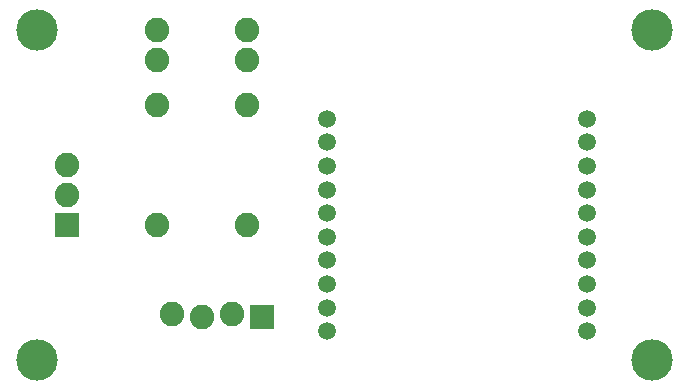
<source format=gts>
G75*
G70*
%OFA0B0*%
%FSLAX24Y24*%
%IPPOS*%
%LPD*%
%AMOC8*
5,1,8,0,0,1.08239X$1,22.5*
%
%ADD10C,0.0595*%
%ADD11C,0.0820*%
%ADD12R,0.0820X0.0820*%
%ADD13C,0.1380*%
D10*
X019769Y008957D03*
X019769Y009744D03*
X019769Y010531D03*
X019769Y011319D03*
X019769Y012106D03*
X019769Y012894D03*
X019769Y013681D03*
X019769Y014469D03*
X019769Y015256D03*
X019769Y016043D03*
X028431Y016043D03*
X028431Y015256D03*
X028431Y014469D03*
X028431Y013681D03*
X028431Y012894D03*
X028431Y012106D03*
X028431Y011319D03*
X028431Y010531D03*
X028431Y009744D03*
X028431Y008957D03*
D11*
X017100Y012500D03*
X014100Y012500D03*
X011100Y013500D03*
X011100Y014500D03*
X014100Y016500D03*
X014100Y018000D03*
X014100Y019000D03*
X017100Y019000D03*
X017100Y018000D03*
X017100Y016500D03*
X016600Y009550D03*
X015600Y009450D03*
X014600Y009550D03*
D12*
X017600Y009450D03*
X011100Y012500D03*
D13*
X010100Y008000D03*
X010100Y019000D03*
X030600Y019000D03*
X030600Y008000D03*
M02*

</source>
